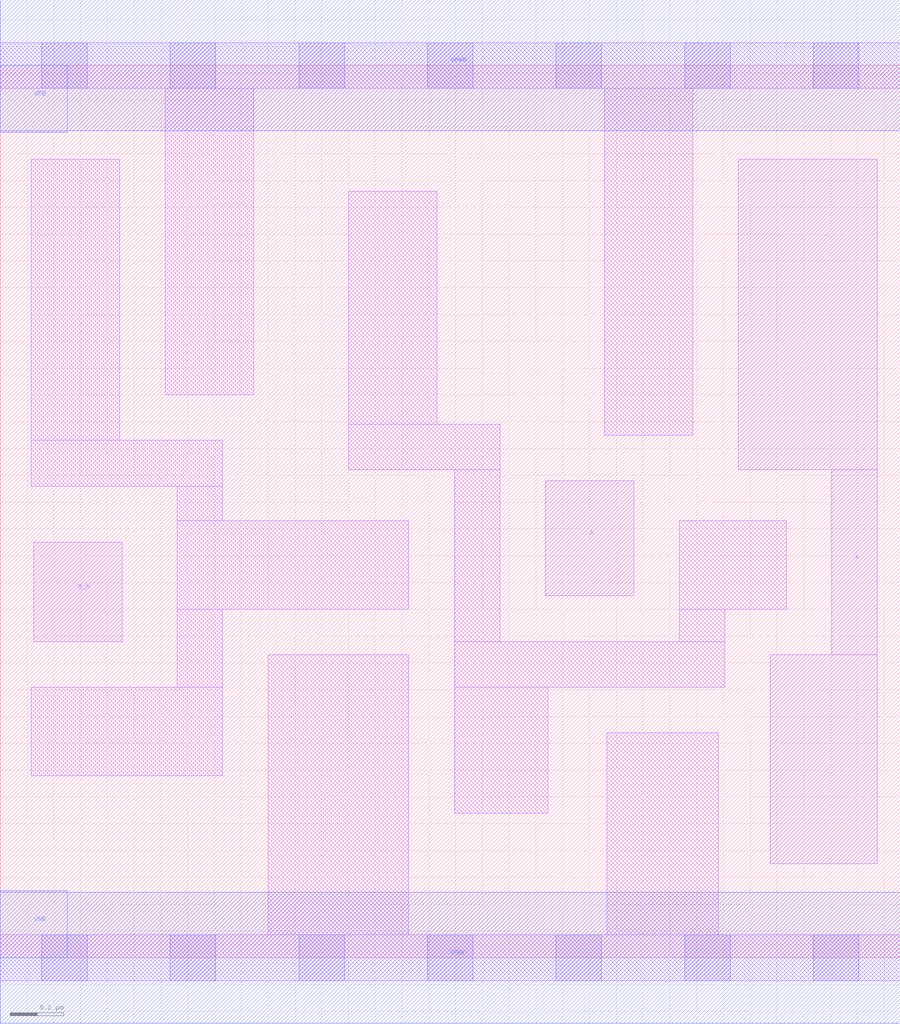
<source format=lef>
# Copyright 2020 The SkyWater PDK Authors
#
# Licensed under the Apache License, Version 2.0 (the "License");
# you may not use this file except in compliance with the License.
# You may obtain a copy of the License at
#
#     https://www.apache.org/licenses/LICENSE-2.0
#
# Unless required by applicable law or agreed to in writing, software
# distributed under the License is distributed on an "AS IS" BASIS,
# WITHOUT WARRANTIES OR CONDITIONS OF ANY KIND, either express or implied.
# See the License for the specific language governing permissions and
# limitations under the License.
#
# SPDX-License-Identifier: Apache-2.0

VERSION 5.5 ;
NAMESCASESENSITIVE ON ;
BUSBITCHARS "[]" ;
DIVIDERCHAR "/" ;
MACRO sky130_fd_sc_hs__or2b_1
  CLASS CORE ;
  SOURCE USER ;
  ORIGIN  0.000000  0.000000 ;
  SIZE  3.360000 BY  3.330000 ;
  SYMMETRY X Y ;
  SITE unit ;
  PIN A
    ANTENNAGATEAREA  0.233000 ;
    DIRECTION INPUT ;
    USE SIGNAL ;
    PORT
      LAYER li1 ;
        RECT 2.035000 1.350000 2.365000 1.780000 ;
    END
  END A
  PIN B_N
    ANTENNAGATEAREA  0.208000 ;
    DIRECTION INPUT ;
    USE SIGNAL ;
    PORT
      LAYER li1 ;
        RECT 0.125000 1.180000 0.455000 1.550000 ;
    END
  END B_N
  PIN X
    ANTENNADIFFAREA  0.541300 ;
    DIRECTION OUTPUT ;
    USE SIGNAL ;
    PORT
      LAYER li1 ;
        RECT 2.755000 1.820000 3.275000 2.980000 ;
        RECT 2.875000 0.350000 3.275000 1.130000 ;
        RECT 3.105000 1.130000 3.275000 1.820000 ;
    END
  END X
  PIN VGND
    DIRECTION INOUT ;
    USE GROUND ;
    PORT
      LAYER met1 ;
        RECT 0.000000 -0.245000 3.360000 0.245000 ;
    END
  END VGND
  PIN VNB
    DIRECTION INOUT ;
    USE GROUND ;
    PORT
      LAYER met1 ;
        RECT 0.000000 0.000000 0.250000 0.250000 ;
    END
  END VNB
  PIN VPB
    DIRECTION INOUT ;
    USE POWER ;
    PORT
      LAYER met1 ;
        RECT 0.000000 3.080000 0.250000 3.330000 ;
    END
  END VPB
  PIN VPWR
    DIRECTION INOUT ;
    USE POWER ;
    PORT
      LAYER met1 ;
        RECT 0.000000 3.085000 3.360000 3.575000 ;
    END
  END VPWR
  OBS
    LAYER li1 ;
      RECT 0.000000 -0.085000 3.360000 0.085000 ;
      RECT 0.000000  3.245000 3.360000 3.415000 ;
      RECT 0.115000  0.680000 0.830000 1.010000 ;
      RECT 0.115000  1.760000 0.830000 1.930000 ;
      RECT 0.115000  1.930000 0.445000 2.980000 ;
      RECT 0.615000  2.100000 0.945000 3.245000 ;
      RECT 0.660000  1.010000 0.830000 1.300000 ;
      RECT 0.660000  1.300000 1.525000 1.630000 ;
      RECT 0.660000  1.630000 0.830000 1.760000 ;
      RECT 1.000000  0.085000 1.525000 1.130000 ;
      RECT 1.300000  1.820000 1.865000 1.990000 ;
      RECT 1.300000  1.990000 1.630000 2.860000 ;
      RECT 1.695000  0.540000 2.045000 1.010000 ;
      RECT 1.695000  1.010000 2.705000 1.180000 ;
      RECT 1.695000  1.180000 1.865000 1.820000 ;
      RECT 2.255000  1.950000 2.585000 3.245000 ;
      RECT 2.265000  0.085000 2.680000 0.840000 ;
      RECT 2.535000  1.180000 2.705000 1.300000 ;
      RECT 2.535000  1.300000 2.935000 1.630000 ;
    LAYER mcon ;
      RECT 0.155000 -0.085000 0.325000 0.085000 ;
      RECT 0.155000  3.245000 0.325000 3.415000 ;
      RECT 0.635000 -0.085000 0.805000 0.085000 ;
      RECT 0.635000  3.245000 0.805000 3.415000 ;
      RECT 1.115000 -0.085000 1.285000 0.085000 ;
      RECT 1.115000  3.245000 1.285000 3.415000 ;
      RECT 1.595000 -0.085000 1.765000 0.085000 ;
      RECT 1.595000  3.245000 1.765000 3.415000 ;
      RECT 2.075000 -0.085000 2.245000 0.085000 ;
      RECT 2.075000  3.245000 2.245000 3.415000 ;
      RECT 2.555000 -0.085000 2.725000 0.085000 ;
      RECT 2.555000  3.245000 2.725000 3.415000 ;
      RECT 3.035000 -0.085000 3.205000 0.085000 ;
      RECT 3.035000  3.245000 3.205000 3.415000 ;
  END
END sky130_fd_sc_hs__or2b_1

</source>
